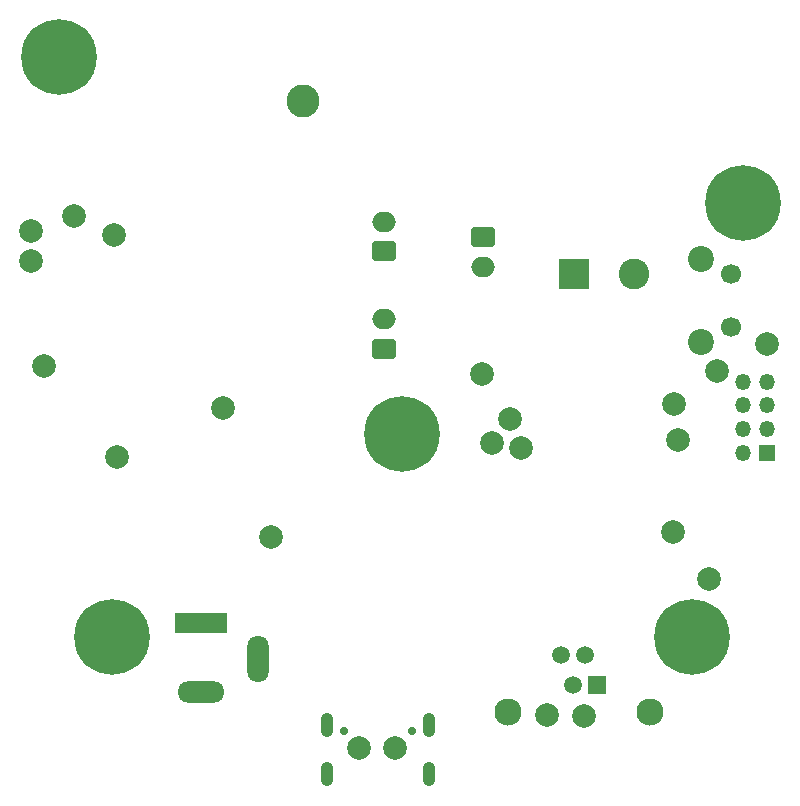
<source format=gbr>
%TF.GenerationSoftware,KiCad,Pcbnew,(5.99.0-11604-g878538abff)*%
%TF.CreationDate,2021-08-06T13:48:49+02:00*%
%TF.ProjectId,pixel-pump-mainboard,7375636b-6572-42d6-9f6e-652d6d61696e,rev?*%
%TF.SameCoordinates,Original*%
%TF.FileFunction,Soldermask,Bot*%
%TF.FilePolarity,Negative*%
%FSLAX46Y46*%
G04 Gerber Fmt 4.6, Leading zero omitted, Abs format (unit mm)*
G04 Created by KiCad (PCBNEW (5.99.0-11604-g878538abff)) date 2021-08-06 13:48:49*
%MOMM*%
%LPD*%
G01*
G04 APERTURE LIST*
G04 Aperture macros list*
%AMRoundRect*
0 Rectangle with rounded corners*
0 $1 Rounding radius*
0 $2 $3 $4 $5 $6 $7 $8 $9 X,Y pos of 4 corners*
0 Add a 4 corners polygon primitive as box body*
4,1,4,$2,$3,$4,$5,$6,$7,$8,$9,$2,$3,0*
0 Add four circle primitives for the rounded corners*
1,1,$1+$1,$2,$3*
1,1,$1+$1,$4,$5*
1,1,$1+$1,$6,$7*
1,1,$1+$1,$8,$9*
0 Add four rect primitives between the rounded corners*
20,1,$1+$1,$2,$3,$4,$5,0*
20,1,$1+$1,$4,$5,$6,$7,0*
20,1,$1+$1,$6,$7,$8,$9,0*
20,1,$1+$1,$8,$9,$2,$3,0*%
G04 Aperture macros list end*
%ADD10R,1.350000X1.350000*%
%ADD11O,1.350000X1.350000*%
%ADD12C,6.400000*%
%ADD13C,0.800000*%
%ADD14RoundRect,0.250000X0.750000X-0.600000X0.750000X0.600000X-0.750000X0.600000X-0.750000X-0.600000X0*%
%ADD15O,2.000000X1.700000*%
%ADD16C,2.300000*%
%ADD17R,1.500000X1.500000*%
%ADD18C,1.500000*%
%ADD19C,0.700000*%
%ADD20O,1.050000X2.100000*%
%ADD21C,2.200000*%
%ADD22C,1.700000*%
%ADD23C,2.800000*%
%ADD24R,4.400000X1.800000*%
%ADD25O,4.000000X1.800000*%
%ADD26O,1.800000X4.000000*%
%ADD27RoundRect,0.250000X-0.750000X0.600000X-0.750000X-0.600000X0.750000X-0.600000X0.750000X0.600000X0*%
%ADD28R,2.600000X2.600000*%
%ADD29C,2.600000*%
%ADD30C,2.000000*%
G04 APERTURE END LIST*
D10*
%TO.C,J11*%
X130971800Y-128806200D03*
D11*
X128971800Y-128806200D03*
X130971800Y-126806200D03*
X128971800Y-126806200D03*
X130971800Y-124806200D03*
X128971800Y-124806200D03*
X130971800Y-122806200D03*
X128971800Y-122806200D03*
%TD*%
D12*
%TO.C,H1*%
X124663200Y-144424400D03*
D13*
X124663200Y-142024400D03*
X122263200Y-144424400D03*
X126360256Y-142727344D03*
X122966144Y-142727344D03*
X124663200Y-146824400D03*
X126360256Y-146121456D03*
X122966144Y-146121456D03*
X127063200Y-144424400D03*
%TD*%
D12*
%TO.C,H4*%
X75488800Y-144424400D03*
D13*
X77185856Y-146121456D03*
X73791744Y-146121456D03*
X75488800Y-146824400D03*
X73791744Y-142727344D03*
X73088800Y-144424400D03*
X77185856Y-142727344D03*
X77888800Y-144424400D03*
X75488800Y-142024400D03*
%TD*%
%TO.C,H3*%
X100076000Y-124854000D03*
D12*
X100076000Y-127254000D03*
D13*
X101773056Y-128951056D03*
X100076000Y-129654000D03*
X97676000Y-127254000D03*
X98378944Y-128951056D03*
X98378944Y-125556944D03*
X102476000Y-127254000D03*
X101773056Y-125556944D03*
%TD*%
D14*
%TO.C,J1*%
X98535000Y-111740000D03*
D15*
X98535000Y-109240000D03*
%TD*%
D16*
%TO.C,J3*%
X109062000Y-150741000D03*
X121062000Y-150741000D03*
D17*
X116592000Y-148441000D03*
D18*
X115572000Y-145901000D03*
X114552000Y-148441000D03*
X113532000Y-145901000D03*
%TD*%
D13*
%TO.C,H5*%
X69321344Y-93603744D03*
X71018400Y-92900800D03*
X69321344Y-96997856D03*
X68618400Y-95300800D03*
D12*
X71018400Y-95300800D03*
D13*
X72715456Y-93603744D03*
X71018400Y-97700800D03*
X73418400Y-95300800D03*
X72715456Y-96997856D03*
%TD*%
D19*
%TO.C,J12*%
X100934000Y-152390500D03*
X95154000Y-152390500D03*
D20*
X93724000Y-151860500D03*
X102364000Y-151860500D03*
X93724000Y-156040500D03*
X102364000Y-156040500D03*
%TD*%
D21*
%TO.C,SW1*%
X125403800Y-112425600D03*
X125403800Y-119425600D03*
D22*
X127903800Y-113675600D03*
X127903800Y-118175600D03*
%TD*%
D23*
%TO.C,TP19*%
X91694000Y-99060000D03*
%TD*%
D12*
%TO.C,H2*%
X128981200Y-107645200D03*
D13*
X130678256Y-109342256D03*
X126581200Y-107645200D03*
X127284144Y-105948144D03*
X128981200Y-110045200D03*
X128981200Y-105245200D03*
X130678256Y-105948144D03*
X131381200Y-107645200D03*
X127284144Y-109342256D03*
%TD*%
D24*
%TO.C,J5*%
X83067600Y-143256000D03*
D25*
X83067600Y-149056000D03*
D26*
X87867600Y-146256000D03*
%TD*%
D14*
%TO.C,J2*%
X98535000Y-119995000D03*
D15*
X98535000Y-117495000D03*
%TD*%
D27*
%TO.C,J4*%
X106900200Y-110560800D03*
D15*
X106900200Y-113060800D03*
%TD*%
D28*
%TO.C,J6*%
X114625200Y-113639800D03*
D29*
X119705200Y-113639800D03*
%TD*%
D30*
%TO.C,TP13*%
X69800000Y-121450000D03*
%TD*%
%TO.C,TP1*%
X99517200Y-153822400D03*
%TD*%
%TO.C,TP15*%
X123444000Y-127762000D03*
%TD*%
%TO.C,TP2*%
X96418400Y-153822400D03*
%TD*%
%TO.C,TP7*%
X72300000Y-108750000D03*
%TD*%
%TO.C,TP10*%
X68650000Y-112600000D03*
%TD*%
%TO.C,TP14*%
X123063000Y-124714000D03*
%TD*%
%TO.C,TP16*%
X75920600Y-129184400D03*
%TD*%
%TO.C,TP22*%
X122986800Y-135509000D03*
%TD*%
%TO.C,TP31*%
X115493800Y-151079200D03*
%TD*%
%TO.C,TP23*%
X126085600Y-139496800D03*
%TD*%
%TO.C,TP11*%
X84937600Y-125044200D03*
%TD*%
%TO.C,TP26*%
X106807000Y-122174000D03*
%TD*%
%TO.C,TP25*%
X110109000Y-128397000D03*
%TD*%
%TO.C,TP28*%
X109220000Y-125984000D03*
%TD*%
%TO.C,TP5*%
X88950800Y-135940800D03*
%TD*%
%TO.C,TP12*%
X126746000Y-121920000D03*
%TD*%
%TO.C,TP20*%
X112344200Y-151028400D03*
%TD*%
%TO.C,TP4*%
X68650000Y-110000000D03*
%TD*%
%TO.C,TP9*%
X75717400Y-110337600D03*
%TD*%
%TO.C,TP27*%
X107696000Y-128016000D03*
%TD*%
%TO.C,TP24*%
X130937000Y-119634000D03*
%TD*%
M02*

</source>
